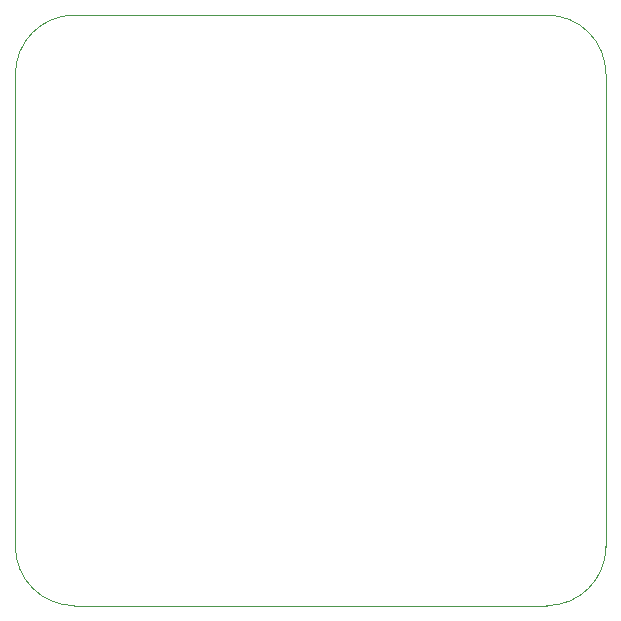
<source format=gm1>
G04 #@! TF.GenerationSoftware,KiCad,Pcbnew,7.0.7*
G04 #@! TF.CreationDate,2023-10-26T17:58:54+02:00*
G04 #@! TF.ProjectId,load,6c6f6164-2e6b-4696-9361-645f70636258,rev?*
G04 #@! TF.SameCoordinates,Original*
G04 #@! TF.FileFunction,Profile,NP*
%FSLAX46Y46*%
G04 Gerber Fmt 4.6, Leading zero omitted, Abs format (unit mm)*
G04 Created by KiCad (PCBNEW 7.0.7) date 2023-10-26 17:58:54*
%MOMM*%
%LPD*%
G01*
G04 APERTURE LIST*
G04 #@! TA.AperFunction,Profile*
%ADD10C,0.100000*%
G04 #@! TD*
G04 APERTURE END LIST*
D10*
X145000000Y-150000000D02*
G75*
G03*
X150000000Y-155000000I5000000J0D01*
G01*
X150000000Y-105000000D02*
X190000000Y-105000000D01*
X150000000Y-105000000D02*
G75*
G03*
X145000000Y-110000000I0J-5000000D01*
G01*
X195000000Y-110000000D02*
G75*
G03*
X190000000Y-105000000I-5000000J0D01*
G01*
X190000000Y-155000000D02*
X150000000Y-155000000D01*
X195000000Y-150000000D02*
X195000000Y-110000000D01*
X145000000Y-110000000D02*
X145000000Y-150000000D01*
X190000000Y-155000000D02*
G75*
G03*
X195000000Y-150000000I0J5000000D01*
G01*
M02*

</source>
